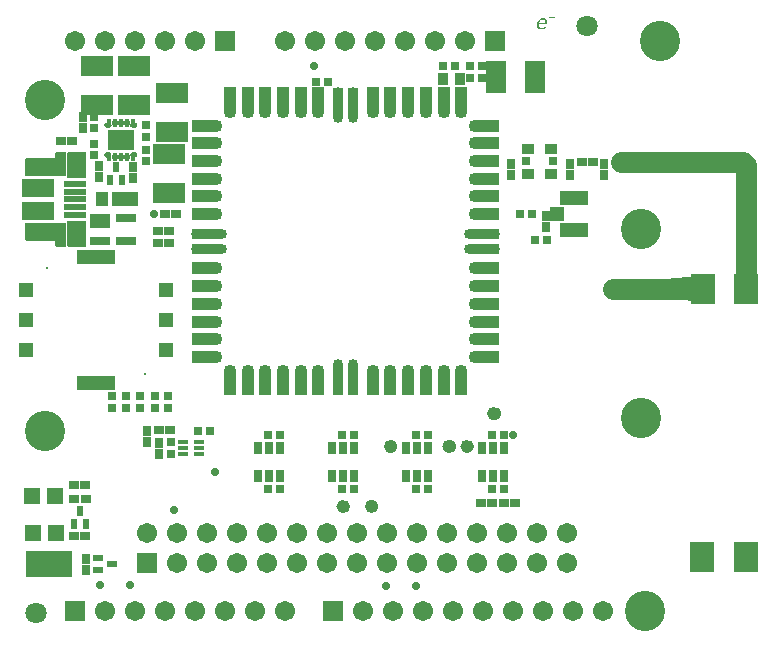
<source format=gts>
G04*
G04 #@! TF.GenerationSoftware,Altium Limited,Altium Designer,18.1.6 (161)*
G04*
G04 Layer_Color=8388736*
%FSLAX44Y44*%
%MOMM*%
G71*
G01*
G75*
%ADD52C,1.8000*%
%ADD107C,0.6096*%
%ADD108R,0.8032X0.7032*%
%ADD109R,2.4032X1.2532*%
%ADD110R,1.2532X1.2032*%
%ADD111R,0.7032X0.9032*%
%ADD112R,0.6032X0.8532*%
%ADD113R,0.8532X0.8032*%
%ADD114C,0.4032*%
%ADD115R,0.8032X0.8532*%
%ADD116R,1.8032X1.2032*%
%ADD117R,1.8032X0.8032*%
%ADD118R,2.0032X2.5032*%
%ADD119R,4.0032X2.2332*%
%ADD120R,2.3032X1.3032*%
%ADD121R,1.0032X1.3032*%
%ADD122R,2.7032X1.7032*%
%ADD123R,0.7032X0.8032*%
%ADD124R,1.3032X1.2032*%
%ADD125R,3.2032X1.2032*%
%ADD126R,1.4032X1.4032*%
%ADD127R,0.7832X0.7032*%
%ADD128R,1.0032X0.9532*%
%ADD129R,2.7032X1.6282*%
%ADD130R,1.9532X0.6032*%
%ADD131R,0.8532X1.0032*%
%ADD132O,1.1000X2.6000*%
%ADD133O,2.6000X1.1000*%
%ADD134O,3.0500X0.8500*%
%ADD135O,0.8500X3.0500*%
%ADD136R,0.4332X0.7532*%
%ADD137O,0.4532X0.7532*%
%ADD138R,2.2032X1.8032*%
%ADD139R,0.9032X0.4532*%
%ADD140R,0.7532X1.0032*%
%ADD141R,0.8532X0.6032*%
%ADD142C,0.7032*%
%ADD143C,1.8000*%
%ADD144R,1.7032X2.7032*%
%ADD145R,1.1016X0.7266*%
%ADD146R,0.6016X1.1016*%
%ADD147R,0.6016X0.8516*%
%ADD148R,0.8516X0.6016*%
%ADD149C,3.4036*%
%ADD150C,0.2032*%
%ADD151R,1.7032X1.7032*%
%ADD152C,1.7032*%
%ADD153C,0.6032*%
G36*
X743749Y821749D02*
X738750D01*
X739083Y823212D01*
X744101D01*
X743749Y821749D01*
D02*
G37*
G36*
X734416Y821953D02*
X734527D01*
X734675Y821934D01*
X735027Y821879D01*
X735397Y821786D01*
X735786Y821638D01*
X736157Y821453D01*
X736490Y821194D01*
X736508D01*
X736527Y821156D01*
X736620Y821045D01*
X736749Y820879D01*
X736897Y820638D01*
X737045Y820342D01*
X737175Y819971D01*
X737268Y819546D01*
X737305Y819323D01*
Y819064D01*
Y819046D01*
Y819027D01*
Y818953D01*
Y818879D01*
X737286Y818768D01*
X737268Y818638D01*
X737249Y818490D01*
X737231Y818305D01*
Y818287D01*
X737212Y818212D01*
X737194Y818101D01*
X737175Y817953D01*
X737138Y817786D01*
X737101Y817583D01*
X737064Y817342D01*
X737008Y817101D01*
X730398D01*
Y817083D01*
Y817064D01*
X730379Y816953D01*
X730361Y816805D01*
X730342Y816638D01*
Y816620D01*
Y816601D01*
Y816509D01*
X730324Y816361D01*
Y816213D01*
Y816194D01*
Y816157D01*
Y816102D01*
X730342Y816028D01*
X730361Y815824D01*
X730416Y815564D01*
X730491Y815287D01*
X730620Y814990D01*
X730787Y814694D01*
X731009Y814435D01*
X731046Y814417D01*
X731139Y814342D01*
X731287Y814231D01*
X731509Y814120D01*
X731787Y814009D01*
X732120Y813898D01*
X732527Y813824D01*
X732972Y813805D01*
X733120D01*
X733305Y813824D01*
X733527Y813842D01*
X733786Y813879D01*
X734101Y813954D01*
X734435Y814028D01*
X734768Y814139D01*
X734786D01*
X734805Y814157D01*
X734934Y814194D01*
X735101Y814268D01*
X735323Y814380D01*
X735564Y814491D01*
X735842Y814620D01*
X736101Y814768D01*
X736360Y814935D01*
X736453D01*
X736120Y813287D01*
X736101D01*
X736046Y813269D01*
X735972Y813231D01*
X735879Y813213D01*
X735638Y813120D01*
X735379Y813028D01*
X735360D01*
X735323Y813009D01*
X735249Y812991D01*
X735157Y812954D01*
X735046Y812917D01*
X734898Y812880D01*
X734749Y812824D01*
X734564Y812787D01*
X734546D01*
X734490Y812768D01*
X734398Y812750D01*
X734268Y812731D01*
X733990Y812676D01*
X733694Y812620D01*
X733675D01*
X733620Y812602D01*
X733546D01*
X733435Y812583D01*
X733287Y812565D01*
X733120D01*
X732935Y812546D01*
X732546D01*
X732416Y812565D01*
X732268D01*
X732083Y812602D01*
X731879Y812620D01*
X731657Y812657D01*
X731194Y812768D01*
X730713Y812917D01*
X730231Y813139D01*
X730009Y813269D01*
X729805Y813417D01*
X729787Y813435D01*
X729768Y813454D01*
X729713Y813509D01*
X729639Y813583D01*
X729565Y813676D01*
X729472Y813787D01*
X729380Y813917D01*
X729287Y814065D01*
X729176Y814231D01*
X729083Y814417D01*
X728991Y814639D01*
X728917Y814861D01*
X728843Y815120D01*
X728787Y815379D01*
X728768Y815657D01*
X728750Y815972D01*
Y816009D01*
Y816083D01*
X728768Y816213D01*
Y816379D01*
X728806Y816601D01*
X728824Y816842D01*
X728880Y817120D01*
X728954Y817416D01*
X729028Y817749D01*
X729139Y818083D01*
X729250Y818435D01*
X729398Y818786D01*
X729583Y819157D01*
X729787Y819509D01*
X730028Y819860D01*
X730305Y820194D01*
X730324Y820212D01*
X730379Y820268D01*
X730472Y820360D01*
X730583Y820471D01*
X730731Y820601D01*
X730916Y820749D01*
X731139Y820916D01*
X731379Y821083D01*
X731639Y821249D01*
X731935Y821416D01*
X732250Y821564D01*
X732583Y821693D01*
X732953Y821805D01*
X733324Y821897D01*
X733731Y821953D01*
X734157Y821971D01*
X734305D01*
X734416Y821953D01*
D02*
G37*
G36*
X366621Y733591D02*
X366654D01*
X366687Y733587D01*
X366720Y733584D01*
X366753Y733578D01*
X366786Y733573D01*
X367008Y733529D01*
X367040Y733521D01*
X367073Y733514D01*
X367105Y733503D01*
X367137Y733495D01*
X367168Y733482D01*
X367200Y733471D01*
X367409Y733384D01*
X367439Y733370D01*
X367469Y733357D01*
X367498Y733340D01*
X367528Y733326D01*
X367556Y733307D01*
X367585Y733290D01*
X367773Y733165D01*
X367800Y733144D01*
X367827Y733126D01*
X367853Y733104D01*
X367879Y733083D01*
X367902Y733060D01*
X367928Y733038D01*
X368006Y732960D01*
X368085Y732881D01*
X368107Y732856D01*
X368131Y732833D01*
X368151Y732806D01*
X368173Y732781D01*
X368192Y732754D01*
X368212Y732727D01*
X368337Y732541D01*
X368354Y732513D01*
X368372Y732485D01*
X368387Y732455D01*
X368404Y732426D01*
X368417Y732396D01*
X368432Y732366D01*
X368518Y732159D01*
X368529Y732127D01*
X368542Y732097D01*
X368550Y732065D01*
X368561Y732033D01*
X368568Y732000D01*
X368577Y731968D01*
X368621Y731749D01*
X368626Y731716D01*
X368632Y731683D01*
X368634Y731650D01*
X368639Y731617D01*
X368639Y731583D01*
X368641Y731550D01*
X368642Y731439D01*
Y731439D01*
X368642Y731327D01*
X368640Y731294D01*
X368640Y731261D01*
X368636Y731227D01*
X368634Y731194D01*
X368628Y731161D01*
X368623Y731128D01*
X368581Y730909D01*
X368572Y730877D01*
X368566Y730844D01*
X368555Y730812D01*
X368546Y730780D01*
X368534Y730750D01*
X368523Y730718D01*
X368438Y730511D01*
X368424Y730481D01*
X368411Y730450D01*
X368395Y730421D01*
X368380Y730391D01*
X368362Y730364D01*
X368345Y730335D01*
X368222Y730148D01*
X368201Y730122D01*
X368183Y730094D01*
X368161Y730069D01*
X368141Y730042D01*
X368117Y730019D01*
X368095Y729994D01*
X368023Y729921D01*
X367942Y729837D01*
X367917Y729815D01*
X367894Y729791D01*
X367868Y729771D01*
X367843Y729748D01*
X367816Y729730D01*
X367789Y729709D01*
X367597Y729577D01*
X367568Y729560D01*
X367541Y729541D01*
X367511Y729526D01*
X367483Y729509D01*
X367452Y729496D01*
X367422Y729481D01*
X367208Y729389D01*
X367176Y729378D01*
X367146Y729365D01*
X367114Y729356D01*
X367083Y729345D01*
X367050Y729338D01*
X367018Y729329D01*
X366790Y729280D01*
X366757Y729276D01*
X366724Y729269D01*
X366691Y729266D01*
X366658Y729261D01*
X366625Y729261D01*
X366591Y729258D01*
X366475Y729257D01*
X366469Y729257D01*
X366462Y729257D01*
X366462D01*
D01*
X364641Y729257D01*
X364524Y729257D01*
X364491Y729259D01*
X364458D01*
X364425Y729263D01*
X364392Y729266D01*
X364359Y729272D01*
X364326Y729276D01*
X364096Y729322D01*
X364064Y729331D01*
X364031Y729337D01*
X364000Y729348D01*
X363968Y729357D01*
X363937Y729369D01*
X363905Y729380D01*
X363689Y729470D01*
X363659Y729484D01*
X363628Y729497D01*
X363600Y729514D01*
X363569Y729528D01*
X363542Y729547D01*
X363513Y729564D01*
X363318Y729694D01*
X363292Y729714D01*
X363264Y729733D01*
X363239Y729754D01*
X363213Y729775D01*
X363189Y729798D01*
X363164Y729820D01*
X363081Y729903D01*
X363004Y729980D01*
X362982Y730005D01*
X362958Y730029D01*
X362938Y730055D01*
X362916Y730080D01*
X362898Y730108D01*
X362877Y730135D01*
X362756Y730317D01*
X362739Y730346D01*
X362720Y730373D01*
X362705Y730403D01*
X362689Y730432D01*
X362676Y730463D01*
X362662Y730493D01*
X362578Y730695D01*
X362567Y730727D01*
X362554Y730758D01*
X362546Y730790D01*
X362535Y730821D01*
X362528Y730854D01*
X362520Y730886D01*
X362477Y731101D01*
X362473Y731134D01*
X362466Y731167D01*
X362464Y731200D01*
X362460Y731233D01*
Y731266D01*
X362457Y731300D01*
X362457Y731404D01*
X362457Y731503D01*
X362458Y731528D01*
X362458Y731553D01*
X362462Y731595D01*
X362464Y731636D01*
X362469Y731661D01*
X362472Y731685D01*
X362506Y731887D01*
X362512Y731911D01*
X362516Y731936D01*
X362528Y731976D01*
X362538Y732017D01*
X362547Y732040D01*
X362554Y732064D01*
X362624Y732256D01*
X362634Y732279D01*
X362642Y732302D01*
X362661Y732339D01*
X362678Y732378D01*
X362691Y732399D01*
X362702Y732421D01*
X362806Y732598D01*
X362820Y732618D01*
X362832Y732640D01*
X362857Y732673D01*
X362881Y732708D01*
X362897Y732726D01*
X362912Y732746D01*
X362979Y732824D01*
X362986Y732831D01*
X362992Y732839D01*
X363074Y732931D01*
X363098Y732954D01*
X363120Y732979D01*
X363146Y733000D01*
X363169Y733024D01*
X363196Y733044D01*
X363221Y733066D01*
X363418Y733214D01*
X363446Y733232D01*
X363473Y733252D01*
X363502Y733268D01*
X363530Y733286D01*
X363560Y733301D01*
X363589Y733317D01*
X363811Y733424D01*
X363842Y733436D01*
X363872Y733451D01*
X363904Y733461D01*
X363935Y733474D01*
X363967Y733482D01*
X363998Y733492D01*
X364237Y733553D01*
X364270Y733560D01*
X364302Y733568D01*
X364335Y733572D01*
X364368Y733578D01*
X364401Y733580D01*
X364434Y733584D01*
X364557Y733591D01*
X364585Y733590D01*
X364613Y733592D01*
X364614Y733592D01*
X366474Y733593D01*
X366474D01*
X366474D01*
X366587D01*
X366621Y733591D01*
D02*
G37*
G36*
X388497Y733578D02*
X388531D01*
X388564Y733574D01*
X388597Y733571D01*
X388630Y733565D01*
X388663Y733561D01*
X388885Y733516D01*
X388917Y733508D01*
X388950Y733501D01*
X388982Y733490D01*
X389014Y733482D01*
X389044Y733469D01*
X389076Y733458D01*
X389286Y733372D01*
X389316Y733357D01*
X389346Y733344D01*
X389375Y733328D01*
X389405Y733313D01*
X389433Y733294D01*
X389462Y733278D01*
X389650Y733152D01*
X389677Y733131D01*
X389704Y733113D01*
X389729Y733091D01*
X389756Y733071D01*
X389779Y733047D01*
X389804Y733025D01*
X389882Y732947D01*
X389962Y732868D01*
X389984Y732843D01*
X390007Y732820D01*
X390028Y732793D01*
X390050Y732768D01*
X390069Y732741D01*
X390089Y732714D01*
X390214Y732529D01*
X390230Y732500D01*
X390249Y732472D01*
X390264Y732442D01*
X390281Y732413D01*
X390294Y732383D01*
X390308Y732353D01*
X390395Y732146D01*
X390406Y732114D01*
X390419Y732084D01*
X390427Y732052D01*
X390438Y732020D01*
X390445Y731987D01*
X390453Y731955D01*
X390498Y731736D01*
X390502Y731703D01*
X390509Y731670D01*
X390511Y731637D01*
X390516Y731604D01*
X390516Y731571D01*
X390518Y731537D01*
X390518Y731426D01*
Y731426D01*
X390519Y731314D01*
X390517Y731281D01*
X390517Y731248D01*
X390513Y731215D01*
X390510Y731181D01*
X390504Y731149D01*
X390500Y731115D01*
X390457Y730896D01*
X390449Y730864D01*
X390442Y730831D01*
X390432Y730799D01*
X390423Y730767D01*
X390411Y730737D01*
X390400Y730705D01*
X390315Y730498D01*
X390300Y730468D01*
X390288Y730437D01*
X390271Y730408D01*
X390257Y730378D01*
X390238Y730351D01*
X390222Y730322D01*
X390098Y730135D01*
X390078Y730109D01*
X390060Y730081D01*
X390038Y730056D01*
X390018Y730030D01*
X389994Y730006D01*
X389972Y729981D01*
X389899Y729908D01*
X389818Y729825D01*
X389794Y729802D01*
X389771Y729779D01*
X389744Y729758D01*
X389720Y729735D01*
X389692Y729717D01*
X389666Y729696D01*
X389474Y729564D01*
X389445Y729547D01*
X389418Y729528D01*
X389388Y729513D01*
X389359Y729496D01*
X389329Y729483D01*
X389299Y729468D01*
X389085Y729376D01*
X389053Y729365D01*
X389023Y729352D01*
X388991Y729343D01*
X388959Y729332D01*
X388926Y729325D01*
X388894Y729316D01*
X388666Y729268D01*
X388633Y729263D01*
X388601Y729256D01*
X388568Y729253D01*
X388535Y729249D01*
X388501Y729248D01*
X388468Y729246D01*
X388352Y729244D01*
X388345Y729244D01*
X388339Y729244D01*
D01*
X388339D01*
X386518Y729244D01*
X386401Y729244D01*
X386368Y729246D01*
X386334D01*
X386301Y729250D01*
X386268Y729253D01*
X386236Y729259D01*
X386202Y729264D01*
X385973Y729309D01*
X385941Y729318D01*
X385908Y729324D01*
X385876Y729335D01*
X385844Y729344D01*
X385814Y729356D01*
X385782Y729367D01*
X385566Y729457D01*
X385535Y729472D01*
X385505Y729484D01*
X385476Y729501D01*
X385446Y729516D01*
X385418Y729534D01*
X385390Y729551D01*
X385195Y729681D01*
X385168Y729701D01*
X385141Y729720D01*
X385116Y729742D01*
X385089Y729762D01*
X385066Y729786D01*
X385041Y729808D01*
X384958Y729890D01*
X384881Y729967D01*
X384859Y729992D01*
X384835Y730016D01*
X384815Y730043D01*
X384793Y730067D01*
X384774Y730095D01*
X384754Y730122D01*
X384632Y730304D01*
X384616Y730333D01*
X384597Y730360D01*
X384582Y730391D01*
X384566Y730419D01*
X384553Y730450D01*
X384538Y730480D01*
X384454Y730682D01*
X384444Y730714D01*
X384431Y730745D01*
X384422Y730777D01*
X384412Y730808D01*
X384405Y730841D01*
X384396Y730873D01*
X384354Y731088D01*
X384349Y731121D01*
X384343Y731154D01*
X384341Y731187D01*
X384336Y731220D01*
Y731254D01*
X384334Y731287D01*
X384334Y731392D01*
X384333Y731491D01*
X384335Y731515D01*
X384334Y731540D01*
X384339Y731582D01*
X384341Y731624D01*
X384346Y731648D01*
X384348Y731673D01*
X384383Y731874D01*
X384389Y731898D01*
X384393Y731923D01*
X384405Y731963D01*
X384414Y732004D01*
X384423Y732027D01*
X384430Y732051D01*
X384501Y732243D01*
X384511Y732266D01*
X384519Y732289D01*
X384538Y732326D01*
X384555Y732365D01*
X384568Y732386D01*
X384579Y732408D01*
X384683Y732585D01*
X384696Y732605D01*
X384709Y732627D01*
X384734Y732660D01*
X384757Y732695D01*
X384774Y732713D01*
X384789Y732733D01*
X384855Y732811D01*
X384863Y732818D01*
X384869Y732826D01*
X384951Y732918D01*
X384975Y732941D01*
X384997Y732966D01*
X385022Y732988D01*
X385046Y733011D01*
X385073Y733031D01*
X385098Y733053D01*
X385295Y733201D01*
X385323Y733219D01*
X385350Y733239D01*
X385379Y733255D01*
X385407Y733273D01*
X385437Y733288D01*
X385466Y733304D01*
X385688Y733411D01*
X385719Y733423D01*
X385749Y733438D01*
X385780Y733448D01*
X385811Y733461D01*
X385844Y733469D01*
X385875Y733479D01*
X386114Y733541D01*
X386147Y733547D01*
X386179Y733555D01*
X386212Y733559D01*
X386245Y733565D01*
X386278Y733567D01*
X386311Y733571D01*
X386434Y733578D01*
X386462Y733578D01*
X386490Y733579D01*
X386491Y733579D01*
X388350Y733580D01*
X388351D01*
X388351D01*
X388464D01*
X388497Y733578D01*
D02*
G37*
G36*
X388552Y708270D02*
X388585D01*
X388618Y708266D01*
X388651Y708264D01*
X388684Y708257D01*
X388717Y708253D01*
X388939Y708209D01*
X388971Y708200D01*
X389004Y708194D01*
X389036Y708183D01*
X389068Y708174D01*
X389099Y708162D01*
X389130Y708151D01*
X389340Y708064D01*
X389370Y708049D01*
X389400Y708036D01*
X389429Y708020D01*
X389459Y708005D01*
X389487Y707987D01*
X389516Y707970D01*
X389704Y707844D01*
X389731Y707824D01*
X389758Y707805D01*
X389784Y707783D01*
X389810Y707763D01*
X389833Y707740D01*
X389859Y707718D01*
X389936Y707639D01*
X390016Y707561D01*
X390038Y707536D01*
X390061Y707512D01*
X390082Y707486D01*
X390104Y707461D01*
X390123Y707433D01*
X390143Y707407D01*
X390268Y707221D01*
X390285Y707192D01*
X390303Y707164D01*
X390318Y707134D01*
X390335Y707106D01*
X390348Y707075D01*
X390363Y707045D01*
X390449Y706839D01*
X390460Y706807D01*
X390473Y706776D01*
X390481Y706744D01*
X390492Y706712D01*
X390499Y706680D01*
X390508Y706648D01*
X390552Y706428D01*
X390556Y706395D01*
X390563Y706363D01*
X390565Y706329D01*
X390570Y706296D01*
X390570Y706263D01*
X390572Y706230D01*
X390573Y706118D01*
Y706118D01*
X390573Y706007D01*
X390571Y705973D01*
X390571Y705940D01*
X390567Y705907D01*
X390565Y705874D01*
X390558Y705841D01*
X390554Y705808D01*
X390511Y705589D01*
X390503Y705556D01*
X390496Y705524D01*
X390486Y705492D01*
X390477Y705460D01*
X390465Y705429D01*
X390454Y705397D01*
X390369Y705191D01*
X390355Y705160D01*
X390342Y705130D01*
X390326Y705101D01*
X390311Y705071D01*
X390292Y705043D01*
X390276Y705014D01*
X390152Y704828D01*
X390132Y704801D01*
X390114Y704773D01*
X390092Y704749D01*
X390072Y704722D01*
X390048Y704698D01*
X390026Y704673D01*
X389954Y704600D01*
X389873Y704517D01*
X389848Y704495D01*
X389825Y704471D01*
X389798Y704450D01*
X389774Y704428D01*
X389746Y704409D01*
X389720Y704389D01*
X389528Y704257D01*
X389499Y704240D01*
X389472Y704221D01*
X389442Y704206D01*
X389413Y704189D01*
X389383Y704175D01*
X389353Y704160D01*
X389139Y704068D01*
X389107Y704057D01*
X389077Y704044D01*
X389045Y704035D01*
X389013Y704024D01*
X388981Y704017D01*
X388949Y704008D01*
X388721Y703960D01*
X388688Y703955D01*
X388655Y703948D01*
X388622Y703946D01*
X388589Y703941D01*
X388555Y703940D01*
X388522Y703938D01*
X388406Y703936D01*
X388400Y703937D01*
X388393Y703936D01*
D01*
X388393D01*
X386572Y703936D01*
X386455Y703936D01*
X386422Y703939D01*
X386389D01*
X386356Y703943D01*
X386322Y703945D01*
X386290Y703951D01*
X386256Y703956D01*
X386027Y704001D01*
X385995Y704010D01*
X385962Y704017D01*
X385930Y704027D01*
X385898Y704036D01*
X385868Y704049D01*
X385836Y704060D01*
X385620Y704149D01*
X385590Y704164D01*
X385559Y704176D01*
X385530Y704193D01*
X385500Y704208D01*
X385472Y704227D01*
X385444Y704243D01*
X385249Y704373D01*
X385223Y704393D01*
X385195Y704412D01*
X385170Y704434D01*
X385144Y704454D01*
X385120Y704478D01*
X385095Y704500D01*
X385012Y704583D01*
X384935Y704660D01*
X384913Y704685D01*
X384889Y704708D01*
X384869Y704735D01*
X384847Y704760D01*
X384829Y704788D01*
X384808Y704814D01*
X384686Y704996D01*
X384670Y705025D01*
X384651Y705053D01*
X384636Y705083D01*
X384620Y705112D01*
X384607Y705142D01*
X384592Y705172D01*
X384509Y705375D01*
X384498Y705406D01*
X384485Y705437D01*
X384476Y705469D01*
X384466Y705501D01*
X384459Y705534D01*
X384450Y705566D01*
X384408Y705781D01*
X384403Y705814D01*
X384397Y705846D01*
X384395Y705880D01*
X384390Y705913D01*
Y705946D01*
X384388Y705979D01*
X384388Y706084D01*
X384388Y706183D01*
X384389Y706208D01*
X384388Y706232D01*
X384393Y706274D01*
X384395Y706316D01*
X384400Y706340D01*
X384402Y706365D01*
X384437Y706567D01*
X384443Y706591D01*
X384447Y706615D01*
X384459Y706656D01*
X384469Y706696D01*
X384478Y706719D01*
X384485Y706743D01*
X384555Y706935D01*
X384565Y706958D01*
X384573Y706981D01*
X384592Y707019D01*
X384609Y707057D01*
X384622Y707078D01*
X384633Y707100D01*
X384737Y707277D01*
X384751Y707298D01*
X384763Y707319D01*
X384788Y707353D01*
X384811Y707387D01*
X384828Y707406D01*
X384843Y707426D01*
X384910Y707503D01*
X384917Y707510D01*
X384923Y707518D01*
X385005Y707610D01*
X385029Y707633D01*
X385051Y707658D01*
X385076Y707680D01*
X385100Y707703D01*
X385127Y707723D01*
X385152Y707745D01*
X385349Y707893D01*
X385377Y707911D01*
X385404Y707931D01*
X385433Y707948D01*
X385461Y707966D01*
X385491Y707980D01*
X385520Y707997D01*
X385742Y708103D01*
X385773Y708116D01*
X385803Y708130D01*
X385834Y708140D01*
X385865Y708153D01*
X385898Y708161D01*
X385929Y708172D01*
X386168Y708233D01*
X386201Y708239D01*
X386233Y708247D01*
X386266Y708251D01*
X386299Y708258D01*
X386332Y708260D01*
X386365Y708263D01*
X386488Y708270D01*
X386516Y708270D01*
X386544Y708272D01*
X386545Y708272D01*
X388405Y708272D01*
X388405D01*
X388405D01*
X388518D01*
X388552Y708270D01*
D02*
G37*
G36*
X366612Y708251D02*
X366645D01*
X366678Y708247D01*
X366711Y708244D01*
X366744Y708238D01*
X366777Y708233D01*
X366999Y708189D01*
X367031Y708181D01*
X367064Y708174D01*
X367096Y708163D01*
X367128Y708155D01*
X367159Y708142D01*
X367191Y708131D01*
X367400Y708045D01*
X367430Y708030D01*
X367461Y708017D01*
X367489Y708000D01*
X367519Y707986D01*
X367547Y707967D01*
X367576Y707951D01*
X367765Y707825D01*
X367791Y707804D01*
X367818Y707786D01*
X367844Y707764D01*
X367870Y707744D01*
X367893Y707720D01*
X367919Y707698D01*
X367997Y707620D01*
X368076Y707541D01*
X368098Y707516D01*
X368122Y707493D01*
X368142Y707466D01*
X368164Y707441D01*
X368183Y707414D01*
X368203Y707387D01*
X368328Y707202D01*
X368345Y707173D01*
X368364Y707145D01*
X368378Y707115D01*
X368395Y707086D01*
X368408Y707056D01*
X368423Y707026D01*
X368509Y706819D01*
X368520Y706787D01*
X368533Y706757D01*
X368542Y706725D01*
X368552Y706693D01*
X368559Y706660D01*
X368568Y706628D01*
X368612Y706409D01*
X368617Y706376D01*
X368623Y706343D01*
X368625Y706310D01*
X368630Y706277D01*
X368630Y706243D01*
X368632Y706210D01*
X368633Y706099D01*
Y706099D01*
X368633Y705987D01*
X368631Y705954D01*
X368631Y705921D01*
X368627Y705888D01*
X368625Y705854D01*
X368619Y705822D01*
X368614Y705788D01*
X368572Y705569D01*
X368563Y705537D01*
X368557Y705504D01*
X368546Y705472D01*
X368538Y705440D01*
X368525Y705410D01*
X368514Y705378D01*
X368430Y705171D01*
X368415Y705141D01*
X368402Y705110D01*
X368386Y705081D01*
X368371Y705051D01*
X368353Y705024D01*
X368336Y704995D01*
X368213Y704809D01*
X368192Y704782D01*
X368174Y704754D01*
X368152Y704729D01*
X368132Y704703D01*
X368108Y704679D01*
X368086Y704654D01*
X368014Y704581D01*
X367933Y704498D01*
X367908Y704475D01*
X367885Y704452D01*
X367859Y704431D01*
X367834Y704408D01*
X367807Y704390D01*
X367780Y704369D01*
X367588Y704237D01*
X367559Y704220D01*
X367532Y704201D01*
X367502Y704186D01*
X367474Y704169D01*
X367443Y704156D01*
X367413Y704141D01*
X367199Y704049D01*
X367168Y704038D01*
X367137Y704025D01*
X367105Y704016D01*
X367074Y704005D01*
X367041Y703998D01*
X367009Y703989D01*
X366781Y703941D01*
X366748Y703936D01*
X366715Y703929D01*
X366682Y703926D01*
X366649Y703921D01*
X366616Y703921D01*
X366582Y703918D01*
X366466Y703917D01*
X366460Y703917D01*
X366454Y703917D01*
X366454D01*
D01*
X364632Y703917D01*
X364515Y703917D01*
X364482Y703919D01*
X364449D01*
X364416Y703923D01*
X364383Y703926D01*
X364350Y703932D01*
X364317Y703936D01*
X364087Y703982D01*
X364055Y703991D01*
X364022Y703997D01*
X363991Y704008D01*
X363959Y704016D01*
X363928Y704029D01*
X363896Y704040D01*
X363680Y704130D01*
X363650Y704144D01*
X363619Y704157D01*
X363591Y704174D01*
X363560Y704189D01*
X363533Y704207D01*
X363504Y704224D01*
X363309Y704354D01*
X363283Y704374D01*
X363255Y704393D01*
X363230Y704415D01*
X363204Y704435D01*
X363180Y704458D01*
X363155Y704481D01*
X363072Y704563D01*
X362995Y704640D01*
X362973Y704665D01*
X362949Y704689D01*
X362929Y704715D01*
X362907Y704740D01*
X362889Y704768D01*
X362868Y704795D01*
X362747Y704977D01*
X362730Y705006D01*
X362711Y705033D01*
X362697Y705063D01*
X362680Y705092D01*
X362667Y705123D01*
X362653Y705153D01*
X362569Y705355D01*
X362558Y705387D01*
X362545Y705418D01*
X362537Y705450D01*
X362526Y705481D01*
X362519Y705514D01*
X362511Y705546D01*
X362468Y705761D01*
X362464Y705794D01*
X362457Y705827D01*
X362455Y705860D01*
X362451Y705893D01*
Y705927D01*
X362449Y705960D01*
X362449Y706065D01*
X362448Y706163D01*
X362449Y706188D01*
X362449Y706213D01*
X362453Y706255D01*
X362455Y706296D01*
X362460Y706321D01*
X362463Y706345D01*
X362498Y706547D01*
X362503Y706571D01*
X362507Y706596D01*
X362519Y706636D01*
X362529Y706677D01*
X362538Y706700D01*
X362545Y706724D01*
X362615Y706916D01*
X362625Y706939D01*
X362633Y706962D01*
X362652Y706999D01*
X362669Y707038D01*
X362682Y707059D01*
X362693Y707081D01*
X362797Y707258D01*
X362811Y707278D01*
X362823Y707300D01*
X362848Y707333D01*
X362872Y707368D01*
X362888Y707386D01*
X362903Y707406D01*
X362970Y707484D01*
X362977Y707491D01*
X362983Y707499D01*
X363065Y707591D01*
X363089Y707614D01*
X363111Y707639D01*
X363137Y707661D01*
X363160Y707684D01*
X363187Y707704D01*
X363212Y707726D01*
X363410Y707874D01*
X363437Y707892D01*
X363464Y707912D01*
X363493Y707928D01*
X363521Y707946D01*
X363551Y707961D01*
X363580Y707977D01*
X363802Y708084D01*
X363833Y708096D01*
X363863Y708111D01*
X363895Y708121D01*
X363926Y708134D01*
X363958Y708142D01*
X363990Y708152D01*
X364228Y708214D01*
X364261Y708220D01*
X364293Y708228D01*
X364326Y708232D01*
X364359Y708238D01*
X364392Y708240D01*
X364425Y708244D01*
X364548Y708251D01*
X364576Y708251D01*
X364605Y708252D01*
X364605Y708252D01*
X366465Y708253D01*
X366465D01*
X366465D01*
X366578D01*
X366612Y708251D01*
D02*
G37*
G36*
X329233Y708459D02*
X329364Y708434D01*
X329490Y708391D01*
X329609Y708332D01*
X329720Y708258D01*
X329820Y708170D01*
X329908Y708070D01*
X329982Y707959D01*
X330041Y707840D01*
X330084Y707713D01*
X330109Y707583D01*
X330118Y707450D01*
Y689150D01*
X330109Y689017D01*
X330084Y688886D01*
X330041Y688760D01*
X329982Y688641D01*
X329908Y688530D01*
X329820Y688430D01*
X329720Y688342D01*
X329609Y688268D01*
X329490Y688209D01*
X329364Y688167D01*
X329233Y688140D01*
X329100Y688132D01*
X296600D01*
X296467Y688140D01*
X296336Y688167D01*
X296210Y688209D01*
X296091Y688268D01*
X295980Y688342D01*
X295880Y688430D01*
X295792Y688530D01*
X295718Y688641D01*
X295659Y688760D01*
X295616Y688886D01*
X295590Y689017D01*
X295582Y689150D01*
Y702150D01*
X295590Y702283D01*
X295616Y702413D01*
X295659Y702540D01*
X295718Y702659D01*
X295792Y702770D01*
X295880Y702870D01*
X295980Y702958D01*
X296091Y703032D01*
X296210Y703091D01*
X296336Y703133D01*
X296467Y703159D01*
X296600Y703168D01*
X321082D01*
Y707450D01*
X321091Y707583D01*
X321116Y707713D01*
X321159Y707840D01*
X321218Y707959D01*
X321292Y708070D01*
X321380Y708170D01*
X321480Y708258D01*
X321591Y708332D01*
X321710Y708391D01*
X321837Y708434D01*
X321967Y708459D01*
X322100Y708468D01*
X329100D01*
X329233Y708459D01*
D02*
G37*
G36*
X346333Y708410D02*
X346464Y708383D01*
X346590Y708341D01*
X346709Y708282D01*
X346820Y708208D01*
X346920Y708120D01*
X347008Y708020D01*
X347082Y707909D01*
X347141Y707790D01*
X347183Y707663D01*
X347210Y707533D01*
X347218Y707400D01*
Y687400D01*
X347210Y687267D01*
X347183Y687137D01*
X347141Y687010D01*
X347082Y686891D01*
X347008Y686780D01*
X346920Y686680D01*
X346820Y686592D01*
X346709Y686518D01*
X346590Y686459D01*
X346464Y686416D01*
X346333Y686391D01*
X346200Y686382D01*
X332200D01*
X332067Y686391D01*
X331936Y686416D01*
X331810Y686459D01*
X331691Y686518D01*
X331580Y686592D01*
X331480Y686680D01*
X331392Y686780D01*
X331318Y686891D01*
X331259Y687010D01*
X331217Y687137D01*
X331190Y687267D01*
X331182Y687400D01*
Y707400D01*
X331190Y707533D01*
X331217Y707663D01*
X331259Y707790D01*
X331318Y707909D01*
X331392Y708020D01*
X331480Y708120D01*
X331580Y708208D01*
X331691Y708282D01*
X331810Y708341D01*
X331936Y708383D01*
X332067Y708410D01*
X332200Y708418D01*
X346200D01*
X346333Y708410D01*
D02*
G37*
G36*
Y650409D02*
X346464Y650384D01*
X346590Y650341D01*
X346709Y650282D01*
X346820Y650208D01*
X346920Y650120D01*
X347008Y650020D01*
X347082Y649909D01*
X347141Y649790D01*
X347183Y649663D01*
X347210Y649533D01*
X347218Y649400D01*
Y629400D01*
X347210Y629267D01*
X347183Y629137D01*
X347141Y629010D01*
X347082Y628891D01*
X347008Y628780D01*
X346920Y628680D01*
X346820Y628592D01*
X346709Y628518D01*
X346590Y628459D01*
X346464Y628416D01*
X346333Y628391D01*
X346200Y628382D01*
X332200D01*
X332067Y628391D01*
X331936Y628416D01*
X331810Y628459D01*
X331691Y628518D01*
X331580Y628592D01*
X331480Y628680D01*
X331392Y628780D01*
X331318Y628891D01*
X331259Y629010D01*
X331217Y629137D01*
X331190Y629267D01*
X331182Y629400D01*
Y649400D01*
X331190Y649533D01*
X331217Y649663D01*
X331259Y649790D01*
X331318Y649909D01*
X331392Y650020D01*
X331480Y650120D01*
X331580Y650208D01*
X331691Y650282D01*
X331810Y650341D01*
X331936Y650384D01*
X332067Y650409D01*
X332200Y650418D01*
X346200D01*
X346333Y650409D01*
D02*
G37*
G36*
X329233Y648660D02*
X329364Y648633D01*
X329490Y648591D01*
X329609Y648532D01*
X329720Y648458D01*
X329820Y648370D01*
X329908Y648270D01*
X329982Y648159D01*
X330041Y648040D01*
X330084Y647914D01*
X330109Y647783D01*
X330118Y647650D01*
Y629350D01*
X330109Y629217D01*
X330084Y629086D01*
X330041Y628960D01*
X329982Y628841D01*
X329908Y628730D01*
X329820Y628630D01*
X329720Y628542D01*
X329609Y628468D01*
X329490Y628409D01*
X329364Y628367D01*
X329233Y628340D01*
X329100Y628332D01*
X322100D01*
X321967Y628340D01*
X321837Y628367D01*
X321710Y628409D01*
X321591Y628468D01*
X321480Y628542D01*
X321380Y628630D01*
X321292Y628730D01*
X321218Y628841D01*
X321159Y628960D01*
X321116Y629086D01*
X321091Y629217D01*
X321082Y629350D01*
Y633632D01*
X296600D01*
X296467Y633641D01*
X296336Y633666D01*
X296210Y633709D01*
X296091Y633768D01*
X295980Y633842D01*
X295880Y633930D01*
X295792Y634030D01*
X295718Y634141D01*
X295659Y634260D01*
X295616Y634386D01*
X295590Y634517D01*
X295582Y634650D01*
Y647650D01*
X295590Y647783D01*
X295616Y647914D01*
X295659Y648040D01*
X295718Y648159D01*
X295792Y648270D01*
X295880Y648370D01*
X295980Y648458D01*
X296091Y648532D01*
X296210Y648591D01*
X296336Y648633D01*
X296467Y648660D01*
X296600Y648668D01*
X329100D01*
X329233Y648660D01*
D02*
G37*
G36*
X860380Y581180D02*
X860200Y581650D01*
X859660Y582070D01*
X858760Y582440D01*
X857500Y582761D01*
X855880Y583033D01*
X853900Y583255D01*
X848860Y583551D01*
X842380Y583650D01*
Y601650D01*
X845800Y601675D01*
X857500Y602539D01*
X858760Y602860D01*
X859660Y603231D01*
X860200Y603650D01*
X860380Y604119D01*
Y581180D01*
D02*
G37*
%LPC*%
G36*
X733842Y820768D02*
X733731D01*
X733657Y820749D01*
X733435Y820731D01*
X733176Y820675D01*
X732861Y820601D01*
X732509Y820471D01*
X732157Y820305D01*
X731824Y820064D01*
X731805D01*
X731787Y820027D01*
X731676Y819934D01*
X731527Y819786D01*
X731342Y819564D01*
X731139Y819305D01*
X730935Y818990D01*
X730768Y818620D01*
X730620Y818212D01*
X735768D01*
Y818231D01*
Y818249D01*
X735786Y818342D01*
X735805Y818472D01*
X735823Y818583D01*
Y818620D01*
X735842Y818694D01*
Y818805D01*
Y818953D01*
Y818972D01*
Y818990D01*
Y819101D01*
X735823Y819249D01*
X735786Y819435D01*
X735731Y819657D01*
X735638Y819879D01*
X735527Y820083D01*
X735360Y820286D01*
X735342Y820305D01*
X735268Y820360D01*
X735157Y820434D01*
X734990Y820527D01*
X734786Y820620D01*
X734527Y820694D01*
X734212Y820749D01*
X733842Y820768D01*
D02*
G37*
%LPD*%
D52*
X903200Y700500D02*
X906250Y697450D01*
X799700Y700500D02*
X903200D01*
X906250Y592450D02*
Y697450D01*
X792850Y592650D02*
X869350D01*
D107*
X607819Y459360D02*
G03*
X607819Y459360I-2794J0D01*
G01*
X672569Y459400D02*
G03*
X672569Y459400I-2794J0D01*
G01*
X657745D02*
G03*
X657745Y459400I-2794J0D01*
G01*
X657186D02*
G03*
X657186Y459400I-2794J0D01*
G01*
X591644Y408625D02*
G03*
X591644Y408625I-2794J0D01*
G01*
X567644Y408551D02*
G03*
X567644Y408551I-2794J0D01*
G01*
X695115Y487200D02*
G03*
X695115Y487200I-2794J0D01*
G01*
X695673D02*
G03*
X695673Y487200I-2794J0D01*
G01*
D108*
X724900Y656100D02*
D03*
X714900D02*
D03*
X737100Y633700D02*
D03*
X727100D02*
D03*
X541700Y768000D02*
D03*
X551700D02*
D03*
X659300Y781200D02*
D03*
X649300D02*
D03*
X701150Y423635D02*
D03*
X691150D02*
D03*
X701150Y469185D02*
D03*
X691150D02*
D03*
X636400Y423635D02*
D03*
X626400D02*
D03*
X636400Y469185D02*
D03*
X626400D02*
D03*
X573650Y423635D02*
D03*
X563650D02*
D03*
X573650Y469185D02*
D03*
X563650D02*
D03*
X511400Y423635D02*
D03*
X501400D02*
D03*
X511400Y469185D02*
D03*
X501400D02*
D03*
X452050Y472300D02*
D03*
X442050D02*
D03*
D109*
X760600Y669300D02*
D03*
Y642700D02*
D03*
D110*
X745400Y656000D02*
D03*
D111*
X736900Y654100D02*
D03*
Y645100D02*
D03*
D112*
X346750Y393500D02*
D03*
X336750D02*
D03*
X341750Y405000D02*
D03*
X377450Y684500D02*
D03*
X367450D02*
D03*
X372450Y696000D02*
D03*
D113*
X346500Y383500D02*
D03*
X337000D02*
D03*
X681050Y411234D02*
D03*
X690550D02*
D03*
X700800Y411184D02*
D03*
X710300D02*
D03*
X766600Y700450D02*
D03*
X776100D02*
D03*
X407750Y631550D02*
D03*
X417250D02*
D03*
X407800Y641650D02*
D03*
X417300D02*
D03*
X408850Y473300D02*
D03*
X418350D02*
D03*
X337100Y426850D02*
D03*
X346600D02*
D03*
X335400Y717900D02*
D03*
X325900D02*
D03*
X423200Y655900D02*
D03*
X413700D02*
D03*
X337150Y415000D02*
D03*
X346650D02*
D03*
D114*
X608174Y459360D02*
D03*
X601926D02*
D03*
X666676Y459400D02*
D03*
X672924D02*
D03*
X658050D02*
D03*
X651294D02*
D03*
X588850Y405476D02*
D03*
Y411724D02*
D03*
X564850Y405402D02*
D03*
Y411650D02*
D03*
X689222Y487200D02*
D03*
X695978D02*
D03*
D115*
X786000Y698300D02*
D03*
Y688800D02*
D03*
X756600Y698300D02*
D03*
Y688800D02*
D03*
X706700Y698850D02*
D03*
Y689350D02*
D03*
X408650Y462500D02*
D03*
Y453000D02*
D03*
X358000Y687450D02*
D03*
Y696950D02*
D03*
X386850Y695700D02*
D03*
Y686200D02*
D03*
X344750Y738350D02*
D03*
Y728850D02*
D03*
X398850Y472300D02*
D03*
Y462800D02*
D03*
X347300Y354750D02*
D03*
Y364250D02*
D03*
D116*
X359150Y650350D02*
D03*
D117*
Y633350D02*
D03*
X381150D02*
D03*
Y652350D02*
D03*
D118*
X906250Y592450D02*
D03*
X869350Y592650D02*
D03*
X905950Y365350D02*
D03*
X868950D02*
D03*
D119*
X315650Y359800D02*
D03*
D120*
X380250Y669050D02*
D03*
D121*
X360500Y669050D02*
D03*
D122*
X417450Y706720D02*
D03*
Y673700D02*
D03*
X387550Y748430D02*
D03*
Y781450D02*
D03*
X356750D02*
D03*
Y748430D02*
D03*
X419650Y725500D02*
D03*
Y758520D02*
D03*
D123*
X353750Y715790D02*
D03*
Y705790D02*
D03*
X369150Y501900D02*
D03*
Y491900D02*
D03*
X682300Y771150D02*
D03*
Y781150D02*
D03*
X398100Y710577D02*
D03*
Y700577D02*
D03*
X397950Y721500D02*
D03*
Y731500D02*
D03*
X354100Y728600D02*
D03*
Y738600D02*
D03*
X672450Y781050D02*
D03*
Y771050D02*
D03*
X416850Y501850D02*
D03*
Y491850D02*
D03*
X405150Y501950D02*
D03*
Y491950D02*
D03*
X418850Y453050D02*
D03*
Y463050D02*
D03*
X392433Y501800D02*
D03*
Y491800D02*
D03*
X380550Y501950D02*
D03*
Y491950D02*
D03*
D124*
X414500Y566250D02*
D03*
Y540850D02*
D03*
Y591650D02*
D03*
X296400Y541050D02*
D03*
Y591850D02*
D03*
Y566450D02*
D03*
D125*
X355400Y619450D02*
D03*
Y513450D02*
D03*
D126*
X301700Y417200D02*
D03*
X321200D02*
D03*
X301800Y386000D02*
D03*
X321300D02*
D03*
D127*
X742550Y700600D02*
D03*
X719350D02*
D03*
D128*
X740450Y690350D02*
D03*
Y710850D02*
D03*
X721450D02*
D03*
Y690350D02*
D03*
D129*
X306100Y658800D02*
D03*
Y678000D02*
D03*
D130*
X337900Y655400D02*
D03*
Y661900D02*
D03*
Y668400D02*
D03*
Y674900D02*
D03*
Y681400D02*
D03*
D131*
X649400Y770600D02*
D03*
X663900D02*
D03*
D132*
X468800Y750500D02*
D03*
X483800D02*
D03*
X498800D02*
D03*
X513800D02*
D03*
X528800D02*
D03*
X543800D02*
D03*
X589800D02*
D03*
X604800D02*
D03*
X619800D02*
D03*
X634800D02*
D03*
X649800D02*
D03*
X664800D02*
D03*
Y515500D02*
D03*
X649800D02*
D03*
X634800D02*
D03*
X619800D02*
D03*
X604800D02*
D03*
X589800D02*
D03*
X543800D02*
D03*
X528800D02*
D03*
X513800D02*
D03*
X498800D02*
D03*
X483800D02*
D03*
X468800D02*
D03*
D133*
X684300Y731000D02*
D03*
Y716000D02*
D03*
Y701000D02*
D03*
Y686000D02*
D03*
Y671000D02*
D03*
Y656000D02*
D03*
Y610000D02*
D03*
Y595000D02*
D03*
Y580000D02*
D03*
Y565000D02*
D03*
Y550000D02*
D03*
Y535000D02*
D03*
X449300D02*
D03*
Y550000D02*
D03*
Y565000D02*
D03*
Y580000D02*
D03*
Y595000D02*
D03*
Y610000D02*
D03*
Y656000D02*
D03*
Y671000D02*
D03*
Y686000D02*
D03*
Y701000D02*
D03*
Y716000D02*
D03*
Y731000D02*
D03*
D134*
X682050Y626750D02*
D03*
Y639250D02*
D03*
X451550Y626750D02*
D03*
Y639250D02*
D03*
D135*
X560550Y748250D02*
D03*
X573050D02*
D03*
Y517750D02*
D03*
X560550D02*
D03*
D136*
X366500Y704500D02*
D03*
X386500D02*
D03*
Y733000D02*
D03*
X366500D02*
D03*
D137*
X371500Y704500D02*
D03*
X376500D02*
D03*
X381500D02*
D03*
Y733000D02*
D03*
X376500D02*
D03*
X371500D02*
D03*
D138*
X376500Y718750D02*
D03*
D139*
X442950Y453050D02*
D03*
Y458050D02*
D03*
Y463050D02*
D03*
X428950Y462950D02*
D03*
Y457950D02*
D03*
Y452950D02*
D03*
D140*
X701200Y434335D02*
D03*
X691700D02*
D03*
X682200D02*
D03*
Y458335D02*
D03*
X691700D02*
D03*
X701200D02*
D03*
X573900Y434335D02*
D03*
X564400D02*
D03*
X554900D02*
D03*
Y458335D02*
D03*
X564400D02*
D03*
X573900D02*
D03*
X636850Y434335D02*
D03*
X627350D02*
D03*
X617850D02*
D03*
Y458335D02*
D03*
X627350D02*
D03*
X636850D02*
D03*
X511700Y434335D02*
D03*
X502200D02*
D03*
X492700D02*
D03*
Y458335D02*
D03*
X502200D02*
D03*
X511700D02*
D03*
D141*
X369100Y359500D02*
D03*
X357600Y364500D02*
D03*
Y354500D02*
D03*
D142*
X540000Y781700D02*
D03*
X456100Y437550D02*
D03*
X421300Y405450D02*
D03*
X626850Y341000D02*
D03*
X601350Y340800D02*
D03*
X383940Y341650D02*
D03*
X358700Y341900D02*
D03*
X405000Y655900D02*
D03*
X708300Y469150D02*
D03*
D143*
X771300Y815600D02*
D03*
X305100Y318200D02*
D03*
D144*
X726820Y771950D02*
D03*
X693800D02*
D03*
D145*
X589800Y506125D02*
D03*
X619800D02*
D03*
X649800D02*
D03*
X664800D02*
D03*
X634800D02*
D03*
X604800D02*
D03*
X468800D02*
D03*
X498800D02*
D03*
X528800D02*
D03*
X543800D02*
D03*
X513800D02*
D03*
X483800D02*
D03*
X589800Y759875D02*
D03*
X619800D02*
D03*
X649800D02*
D03*
X664800D02*
D03*
X634800D02*
D03*
X604800D02*
D03*
X483800D02*
D03*
X513800D02*
D03*
X543800D02*
D03*
X528800D02*
D03*
X498800D02*
D03*
X468800D02*
D03*
D146*
X694299Y610000D02*
D03*
X694300Y595000D02*
D03*
Y565000D02*
D03*
X694299Y580000D02*
D03*
Y535000D02*
D03*
X694300Y550000D02*
D03*
Y731000D02*
D03*
X694299Y716000D02*
D03*
Y686000D02*
D03*
X694300Y701000D02*
D03*
Y656000D02*
D03*
X694300Y671000D02*
D03*
X439300Y610000D02*
D03*
X439300Y595000D02*
D03*
Y565000D02*
D03*
X439300Y580000D02*
D03*
Y535000D02*
D03*
X439300Y550000D02*
D03*
X439300Y671000D02*
D03*
X439300Y656000D02*
D03*
Y701000D02*
D03*
X439300Y686000D02*
D03*
Y716000D02*
D03*
X439300Y731000D02*
D03*
D147*
X694300Y626750D02*
D03*
Y639250D02*
D03*
X439300Y626750D02*
D03*
Y639250D02*
D03*
D148*
X560550Y760500D02*
D03*
X573050D02*
D03*
X573050Y505500D02*
D03*
X560550D02*
D03*
D149*
X816670Y643100D02*
D03*
X832600Y803010D02*
D03*
X311900Y472810D02*
D03*
Y752810D02*
D03*
X816670Y483100D02*
D03*
X819900Y320410D02*
D03*
D150*
X313900Y610450D02*
D03*
X396900Y520450D02*
D03*
X308600Y641150D02*
D03*
Y695650D02*
D03*
X338700Y692650D02*
D03*
X339100Y644150D02*
D03*
D151*
X555750Y320400D02*
D03*
X337300Y320410D02*
D03*
X464300Y803010D02*
D03*
X398300Y360500D02*
D03*
X692900Y803010D02*
D03*
D152*
X581150Y320400D02*
D03*
X631950D02*
D03*
X657350D02*
D03*
X682750D02*
D03*
X708150D02*
D03*
X733550D02*
D03*
X758950D02*
D03*
X784350D02*
D03*
X606550D02*
D03*
X362700Y320410D02*
D03*
X388100D02*
D03*
X413500D02*
D03*
X438900D02*
D03*
X464300D02*
D03*
X489700D02*
D03*
X515100D02*
D03*
X438900Y803010D02*
D03*
X413500D02*
D03*
X388100D02*
D03*
X362700D02*
D03*
X337300D02*
D03*
X753900Y385900D02*
D03*
Y360500D02*
D03*
X728500Y385900D02*
D03*
Y360500D02*
D03*
X703100Y385900D02*
D03*
Y360500D02*
D03*
X677700Y385900D02*
D03*
Y360500D02*
D03*
X652300Y385900D02*
D03*
Y360500D02*
D03*
X626900Y385900D02*
D03*
Y360500D02*
D03*
X601500Y385900D02*
D03*
Y360500D02*
D03*
X576100Y385900D02*
D03*
Y360500D02*
D03*
X550700Y385900D02*
D03*
Y360500D02*
D03*
X525300Y385900D02*
D03*
Y360500D02*
D03*
X499900Y385900D02*
D03*
Y360500D02*
D03*
X474500Y385900D02*
D03*
Y360500D02*
D03*
X449100Y385900D02*
D03*
Y360500D02*
D03*
X423700Y385900D02*
D03*
Y360500D02*
D03*
X398300Y385900D02*
D03*
X667500Y803010D02*
D03*
X642100D02*
D03*
X616700D02*
D03*
X591300D02*
D03*
X565900D02*
D03*
X540500D02*
D03*
X515100D02*
D03*
D153*
X376500Y713250D02*
D03*
Y724250D02*
D03*
X371000Y718750D02*
D03*
X382000D02*
D03*
M02*

</source>
